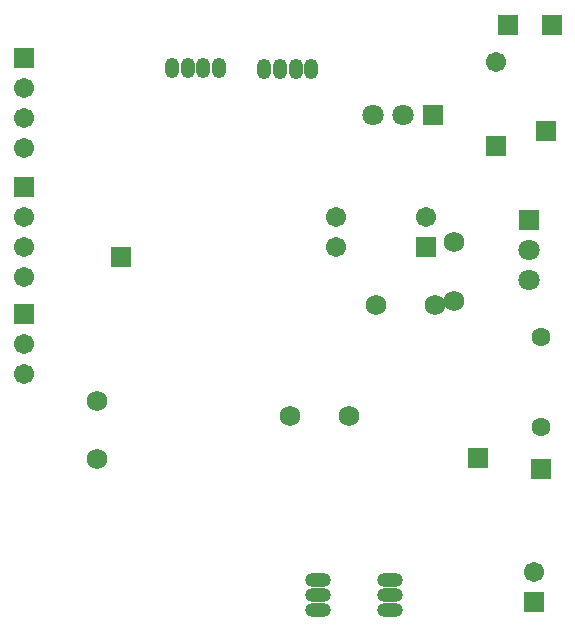
<source format=gbs>
%FSLAX43Y43*%
%MOMM*%
G71*
G01*
G75*
G04 Layer_Color=16711935*
%ADD10R,0.700X0.900*%
%ADD11R,1.700X1.100*%
%ADD12R,0.900X0.700*%
%ADD13R,1.100X1.700*%
%ADD14R,0.600X1.150*%
%ADD15O,0.300X4.000*%
G04:AMPARAMS|DCode=16|XSize=0.3mm|YSize=4mm|CornerRadius=0.075mm|HoleSize=0mm|Usage=FLASHONLY|Rotation=0.000|XOffset=0mm|YOffset=0mm|HoleType=Round|Shape=RoundedRectangle|*
%AMROUNDEDRECTD16*
21,1,0.300,3.850,0,0,0.0*
21,1,0.150,4.000,0,0,0.0*
1,1,0.150,0.075,-1.925*
1,1,0.150,-0.075,-1.925*
1,1,0.150,-0.075,1.925*
1,1,0.150,0.075,1.925*
%
%ADD16ROUNDEDRECTD16*%
%ADD17R,0.300X4.000*%
%ADD18O,1.900X0.600*%
%ADD19R,3.200X2.100*%
%ADD20R,0.900X2.100*%
%ADD21R,1.300X2.000*%
%ADD22R,2.000X2.000*%
%ADD23R,2.700X1.000*%
%ADD24R,2.700X3.300*%
%ADD25O,0.300X1.800*%
%ADD26O,1.800X0.300*%
%ADD27C,0.400*%
%ADD28C,0.500*%
%ADD29C,0.254*%
%ADD30C,0.300*%
%ADD31C,1.000*%
%ADD32C,0.700*%
%ADD33C,2.000*%
%ADD34C,1.524*%
%ADD35C,1.600*%
%ADD36R,1.600X1.600*%
%ADD37R,1.500X1.500*%
%ADD38O,1.000X1.524*%
%ADD39C,1.500*%
%ADD40R,1.500X1.500*%
%ADD41O,2.000X1.000*%
%ADD42O,2.000X1.000*%
%ADD43R,1.600X1.600*%
%ADD44C,1.400*%
%ADD45R,0.903X1.103*%
%ADD46R,1.903X1.303*%
%ADD47R,1.103X0.903*%
%ADD48R,1.303X1.903*%
%ADD49R,0.803X1.353*%
%ADD50O,0.503X4.203*%
G04:AMPARAMS|DCode=51|XSize=0.503mm|YSize=4.203mm|CornerRadius=0.177mm|HoleSize=0mm|Usage=FLASHONLY|Rotation=0.000|XOffset=0mm|YOffset=0mm|HoleType=Round|Shape=RoundedRectangle|*
%AMROUNDEDRECTD51*
21,1,0.503,3.850,0,0,0.0*
21,1,0.150,4.203,0,0,0.0*
1,1,0.353,0.075,-1.925*
1,1,0.353,-0.075,-1.925*
1,1,0.353,-0.075,1.925*
1,1,0.353,0.075,1.925*
%
%ADD51ROUNDEDRECTD51*%
%ADD52R,0.503X4.203*%
%ADD53O,2.103X0.803*%
%ADD54R,3.403X2.303*%
%ADD55R,1.103X2.303*%
%ADD56R,1.503X2.203*%
%ADD57R,2.203X2.203*%
%ADD58R,2.903X1.203*%
%ADD59R,2.903X3.503*%
%ADD60O,0.503X2.003*%
%ADD61O,2.003X0.503*%
%ADD62C,1.727*%
%ADD63C,1.803*%
%ADD64R,1.803X1.803*%
%ADD65R,1.703X1.703*%
%ADD66O,1.203X1.727*%
%ADD67C,1.703*%
%ADD68R,1.703X1.703*%
%ADD69O,2.203X1.203*%
%ADD70O,2.203X1.203*%
%ADD71R,1.803X1.803*%
%ADD72C,1.603*%
D62*
X37973Y90424D02*
D03*
Y85544D02*
D03*
X59309Y89154D02*
D03*
X54309D02*
D03*
X68199Y98933D02*
D03*
Y103933D02*
D03*
X66548Y98552D02*
D03*
X61548D02*
D03*
D63*
X74549Y100711D02*
D03*
Y103251D02*
D03*
X61341Y114681D02*
D03*
X63881D02*
D03*
D64*
X74549Y105791D02*
D03*
D65*
X76454Y122301D02*
D03*
X75946Y113284D02*
D03*
X72771Y122301D02*
D03*
X75565Y84709D02*
D03*
X40005Y102616D02*
D03*
X70231Y85598D02*
D03*
X65786Y103505D02*
D03*
D66*
X56100Y118575D02*
D03*
X54767D02*
D03*
X53433D02*
D03*
X52100D02*
D03*
X48300Y118675D02*
D03*
X46967D02*
D03*
X45633D02*
D03*
X44300D02*
D03*
D67*
X31750Y111887D02*
D03*
Y114427D02*
D03*
Y116967D02*
D03*
X71755Y119120D02*
D03*
X31750Y100965D02*
D03*
Y103505D02*
D03*
Y106045D02*
D03*
X74930Y75946D02*
D03*
X31750Y95250D02*
D03*
Y92710D02*
D03*
X58166Y106045D02*
D03*
Y103505D02*
D03*
X65786Y106045D02*
D03*
D68*
X31750Y119507D02*
D03*
X71755Y112020D02*
D03*
X31750Y108585D02*
D03*
X74930Y73406D02*
D03*
X31750Y97790D02*
D03*
D69*
X62738Y72771D02*
D03*
Y74041D02*
D03*
X56642Y75311D02*
D03*
Y74041D02*
D03*
D70*
X62738Y75311D02*
D03*
X56642Y72771D02*
D03*
D71*
X66421Y114681D02*
D03*
D72*
X75565Y95885D02*
D03*
Y88265D02*
D03*
M02*

</source>
